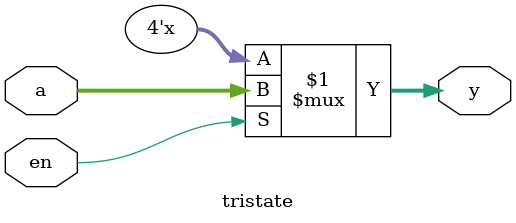
<source format=sv>
module tristate (
  input logic [3:0] a,
  input logic en,
  output tri [3:0] y
);
	
  assign y = en ? a : 4'bz;

endmodule

</source>
